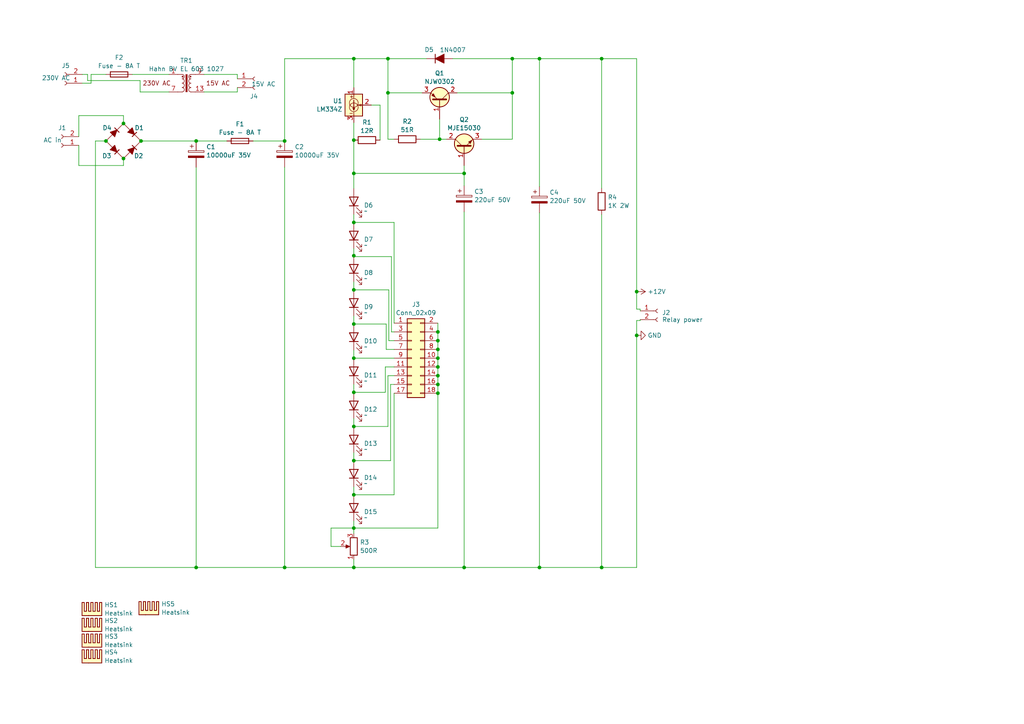
<source format=kicad_sch>
(kicad_sch (version 20231120) (generator "eeschema") (generator_version "8.0")
  (paper "A4")
  (lib_symbols
    (symbol "Connector:Conn_01x02_Socket" (pin_names (offset 1.016) hide)
      (property "Reference" "J" (at 0 2.54 0))
      (property "Value" "Conn_01x02_Socket" (at 0 -5.08 0))
      (symbol "Conn_01x02_Socket_1_1"
        (arc (start 0 -2.032) (mid -0.5058 -2.54) (end 0 -3.048) (stroke (width 0.1524)))
        (polyline (pts (xy -1.27 -2.54) (xy -0.508 -2.54)) (stroke (width 0.1524)))
        (polyline (pts (xy -1.27 0) (xy -0.508 0)) (stroke (width 0.1524)))
        (arc (start 0 0.508) (mid -0.5058 0) (end 0 -0.508) (stroke (width 0.1524)))
        (pin passive line (at -5.08 0 0) (length 3.81) (name "Pin_1") (number "1"))
        (pin passive line (at -5.08 -2.54 0) (length 3.81) (name "Pin_2") (number "2"))
      )
    )
    (symbol "Connector_Generic:Conn_02x09_Odd_Even" (pin_names (offset 1.016) hide)
      (property "Reference" "J" (at 1.27 12.7 0))
      (property "Value" "Conn_02x09_Odd_Even" (at 1.27 -12.7 0))
      (symbol "Conn_02x09_Odd_Even_1_1"
        (rectangle (start -1.27 -10.033) (end 0 -10.287) (stroke (width 0.1524)))
        (rectangle (start -1.27 -7.493) (end 0 -7.747) (stroke (width 0.1524)))
        (rectangle (start -1.27 -4.953) (end 0 -5.207) (stroke (width 0.1524)))
        (rectangle (start -1.27 -2.413) (end 0 -2.667) (stroke (width 0.1524)))
        (rectangle (start -1.27 0.127) (end 0 -0.127) (stroke (width 0.1524)))
        (rectangle (start -1.27 2.667) (end 0 2.413) (stroke (width 0.1524)))
        (rectangle (start -1.27 5.207) (end 0 4.953) (stroke (width 0.1524)))
        (rectangle (start -1.27 7.747) (end 0 7.493) (stroke (width 0.1524)))
        (rectangle (start -1.27 10.287) (end 0 10.033) (stroke (width 0.1524)))
        (rectangle (start -1.27 11.43) (end 3.81 -11.43) (stroke (width 0.254)) (fill (type background)))
        (rectangle (start 3.81 -10.033) (end 2.54 -10.287) (stroke (width 0.1524)))
        (rectangle (start 3.81 -7.493) (end 2.54 -7.747) (stroke (width 0.1524)))
        (rectangle (start 3.81 -4.953) (end 2.54 -5.207) (stroke (width 0.1524)))
        (rectangle (start 3.81 -2.413) (end 2.54 -2.667) (stroke (width 0.1524)))
        (rectangle (start 3.81 0.127) (end 2.54 -0.127) (stroke (width 0.1524)))
        (rectangle (start 3.81 2.667) (end 2.54 2.413) (stroke (width 0.1524)))
        (rectangle (start 3.81 5.207) (end 2.54 4.953) (stroke (width 0.1524)))
        (rectangle (start 3.81 7.747) (end 2.54 7.493) (stroke (width 0.1524)))
        (rectangle (start 3.81 10.287) (end 2.54 10.033) (stroke (width 0.1524)))
        (pin passive line (at -5.08 10.16 0) (length 3.81) (name "Pin_1") (number "1"))
        (pin passive line (at 7.62 0 180) (length 3.81) (name "Pin_10") (number "10"))
        (pin passive line (at -5.08 -2.54 0) (length 3.81) (name "Pin_11") (number "11"))
        (pin passive line (at 7.62 -2.54 180) (length 3.81) (name "Pin_12") (number "12"))
        (pin passive line (at -5.08 -5.08 0) (length 3.81) (name "Pin_13") (number "13"))
        (pin passive line (at 7.62 -5.08 180) (length 3.81) (name "Pin_14") (number "14"))
        (pin passive line (at -5.08 -7.62 0) (length 3.81) (name "Pin_15") (number "15"))
        (pin passive line (at 7.62 -7.62 180) (length 3.81) (name "Pin_16") (number "16"))
        (pin passive line (at -5.08 -10.16 0) (length 3.81) (name "Pin_17") (number "17"))
        (pin passive line (at 7.62 -10.16 180) (length 3.81) (name "Pin_18") (number "18"))
        (pin passive line (at 7.62 10.16 180) (length 3.81) (name "Pin_2") (number "2"))
        (pin passive line (at -5.08 7.62 0) (length 3.81) (name "Pin_3") (number "3"))
        (pin passive line (at 7.62 7.62 180) (length 3.81) (name "Pin_4") (number "4"))
        (pin passive line (at -5.08 5.08 0) (length 3.81) (name "Pin_5") (number "5"))
        (pin passive line (at 7.62 5.08 180) (length 3.81) (name "Pin_6") (number "6"))
        (pin passive line (at -5.08 2.54 0) (length 3.81) (name "Pin_7") (number "7"))
        (pin passive line (at 7.62 2.54 180) (length 3.81) (name "Pin_8") (number "8"))
        (pin passive line (at -5.08 0 0) (length 3.81) (name "Pin_9") (number "9"))
      )
    )
    (symbol "Device:C_Polarized" (pin_numbers hide) (pin_names (offset 0.254))
      (property "Reference" "C" (at 0.635 2.54 0))
      (property "Value" "C_Polarized" (at 0.635 -2.54 0))
      (symbol "C_Polarized_0_1"
        (rectangle (start -2.286 0.508) (end 2.286 1.016))
        (polyline (pts (xy -1.778 2.286) (xy -0.762 2.286)))
        (polyline (pts (xy -1.27 2.794) (xy -1.27 1.778)))
        (rectangle (start 2.286 -0.508) (end -2.286 -1.016) (fill (type outline)))
      )
      (symbol "C_Polarized_1_1"
        (pin passive line (at 0 3.81 270) (length 2.794) (name "~") (number "1"))
        (pin passive line (at 0 -3.81 90) (length 2.794) (name "~") (number "2"))
      )
    )
    (symbol "Device:D_45deg_Filled" (pin_numbers hide) (pin_names (offset 0) hide)
      (property "Reference" "D" (at 1.27 2.54 0))
      (property "Value" "D_45deg_Filled" (at 1.27 0 0))
      (symbol "D_45deg_Filled_0_1"
        (polyline (pts (xy -0.635 0.635) (xy -2.54 2.54)))
        (polyline (pts (xy 0 -1.27) (xy 1.27 0)) (stroke (width 0.254)))
        (polyline (pts (xy 2.54 -2.54) (xy 0.635 -0.635)))
      )
      (symbol "D_45deg_Filled_1_1"
        (polyline (pts (xy -1.27 0) (xy 0 1.27) (xy 0.635 -0.635) (xy -1.27 0)) (stroke (width 0.254)) (fill (type outline)))
        (pin passive line (at 2.54 -2.54 180) (length 0) (name "K") (number "1"))
        (pin passive line (at -2.54 2.54 0) (length 0) (name "A") (number "2"))
      )
    )
    (symbol "Device:D_Filled" (pin_numbers hide) (pin_names (offset 1.016) hide)
      (property "Reference" "D" (at 0 2.54 0))
      (property "Value" "D_Filled" (at 0 -2.54 0))
      (symbol "D_Filled_0_1"
        (polyline (pts (xy -1.27 1.27) (xy -1.27 -1.27)) (stroke (width 0.254)))
        (polyline (pts (xy 1.27 0) (xy -1.27 0)))
        (polyline (pts (xy 1.27 1.27) (xy 1.27 -1.27) (xy -1.27 0) (xy 1.27 1.27)) (stroke (width 0.254)) (fill (type outline)))
      )
      (symbol "D_Filled_1_1"
        (pin passive line (at -3.81 0 0) (length 2.54) (name "K") (number "1"))
        (pin passive line (at 3.81 0 180) (length 2.54) (name "A") (number "2"))
      )
    )
    (symbol "Device:Fuse" (pin_numbers hide) (pin_names (offset 0))
      (property "Reference" "F" (at 2.032 0 90))
      (property "Value" "Fuse" (at -1.905 0 90))
      (symbol "Fuse_0_1"
        (rectangle (start -0.762 -2.54) (end 0.762 2.54) (stroke (width 0.254)))
        (polyline (pts (xy 0 2.54) (xy 0 -2.54)))
      )
      (symbol "Fuse_1_1"
        (pin passive line (at 0 3.81 270) (length 1.27) (name "~") (number "1"))
        (pin passive line (at 0 -3.81 90) (length 1.27) (name "~") (number "2"))
      )
    )
    (symbol "Device:LED" (pin_numbers hide) (pin_names (offset 1.016) hide)
      (property "Reference" "D" (at 0 2.54 0))
      (property "Value" "LED" (at 0 -2.54 0))
      (symbol "LED_0_1"
        (polyline (pts (xy -1.27 -1.27) (xy -1.27 1.27)) (stroke (width 0.254)))
        (polyline (pts (xy -1.27 0) (xy 1.27 0)))
        (polyline (pts (xy 1.27 -1.27) (xy 1.27 1.27) (xy -1.27 0) (xy 1.27 -1.27)) (stroke (width 0.254)))
        (polyline (pts (xy -3.048 -0.762) (xy -4.572 -2.286) (xy -3.81 -2.286) (xy -4.572 -2.286) (xy -4.572 -1.524)))
        (polyline (pts (xy -1.778 -0.762) (xy -3.302 -2.286) (xy -2.54 -2.286) (xy -3.302 -2.286) (xy -3.302 -1.524)))
      )
      (symbol "LED_1_1"
        (pin passive line (at -3.81 0 0) (length 2.54) (name "K") (number "1"))
        (pin passive line (at 3.81 0 180) (length 2.54) (name "A") (number "2"))
      )
    )
    (symbol "Device:R" (pin_numbers hide) (pin_names (offset 0))
      (property "Reference" "R" (at 2.032 0 90))
      (property "Value" "R" (at 0 0 90))
      (symbol "R_0_1"
        (rectangle (start -1.016 -2.54) (end 1.016 2.54) (stroke (width 0.254)))
      )
      (symbol "R_1_1"
        (pin passive line (at 0 3.81 270) (length 1.27) (name "~") (number "1"))
        (pin passive line (at 0 -3.81 90) (length 1.27) (name "~") (number "2"))
      )
    )
    (symbol "Device:R_Potentiometer" (pin_names (offset 1.016) hide)
      (property "Reference" "RV" (at -4.445 0 90))
      (property "Value" "R_Potentiometer" (at -2.54 0 90))
      (symbol "R_Potentiometer_0_1"
        (polyline (pts (xy 2.54 0) (xy 1.524 0)))
        (polyline (pts (xy 1.143 0) (xy 2.286 0.508) (xy 2.286 -0.508) (xy 1.143 0)) (fill (type outline)))
        (rectangle (start 1.016 2.54) (end -1.016 -2.54) (stroke (width 0.254)))
      )
      (symbol "R_Potentiometer_1_1"
        (pin passive line (at 0 3.81 270) (length 1.27) (name "1") (number "1"))
        (pin passive line (at 3.81 0 180) (length 1.27) (name "2") (number "2"))
        (pin passive line (at 0 -3.81 90) (length 1.27) (name "3") (number "3"))
      )
    )
    (symbol "Mechanical:Heatsink" (pin_names (offset 1.016))
      (property "Reference" "HS" (at 0 5.08 0))
      (property "Value" "Heatsink" (at 0 -1.27 0))
      (symbol "Heatsink_0_1"
        (polyline (pts (xy -0.3302 1.27) (xy -0.9652 1.27) (xy -0.9652 3.81) (xy -1.6002 3.81) (xy -1.6002 1.27) (xy -2.2352 1.27) (xy -2.2352 3.81) (xy -2.8702 3.81) (xy -2.8702 0) (xy -0.9652 0)) (stroke (width 0.254)) (fill (type background)))
        (polyline (pts (xy -0.3302 1.27) (xy -0.3302 3.81) (xy 0.3048 3.81) (xy 0.3048 1.27) (xy 0.9398 1.27) (xy 0.9398 3.81) (xy 1.5748 3.81) (xy 1.5748 1.27) (xy 2.2098 1.27) (xy 2.2098 3.81) (xy 2.8448 3.81) (xy 2.8448 0) (xy -0.9652 0)) (stroke (width 0.254)) (fill (type background)))
      )
    )
    (symbol "Reference_Current:LM334Z"
      (property "Reference" "U" (at 0.635 6.35 0))
      (property "Value" "LM334Z" (at 0.635 4.445 0))
      (symbol "LM334Z_0_1"
        (rectangle (start -2.54 3.175) (end 2.54 -3.175) (stroke (width 0.254)) (fill (type background)))
        (circle (center 0 -0.635) (radius 1.27))
        (polyline (pts (xy -1.143 -2.413) (xy -0.381 -2.413)))
        (polyline (pts (xy -1.016 2.413) (xy -0.254 2.413)))
        (polyline (pts (xy -0.635 2.794) (xy -0.635 2.032)))
        (polyline (pts (xy 0 -1.905) (xy 0 -5.08)))
        (polyline (pts (xy 0 1.397) (xy 0 -1.397)) (stroke (width 0.254)))
        (polyline (pts (xy 0 5.08) (xy 0 1.905)))
        (polyline (pts (xy 2.54 0) (xy 1.27 0)))
        (polyline (pts (xy 0 -1.397) (xy -0.254 -0.889) (xy 0.254 -0.889) (xy 0 -1.397)) (stroke (width 0.254)))
        (polyline (pts (xy 1.27 0) (xy 2.159 0.254) (xy 2.159 -0.254) (xy 1.27 0)))
        (circle (center 0 0.635) (radius 1.27))
      )
      (symbol "LM334Z_1_1"
        (pin passive line (at 0 5.08 270) (length 2.54) (name "~") (number "1"))
        (pin passive line (at 5.08 0 180) (length 2.54) (name "~") (number "2"))
        (pin passive line (at 0 -5.08 90) (length 2.54) (name "~") (number "3"))
      )
    )
    (symbol "Transformer_Hahn_BV_EL_603_1027:Hahn_BV_EL_603_1027"
      (property "Reference" "TR" (at 4.064 5.842 0))
      (property "Value" "Hahn BV EL 603 1027" (at 0 -6.35 0))
      (symbol "Hahn_BV_EL_603_1027_0_1"
        (arc (start -1.27 -2.54) (mid -0.6377 -1.905) (end -1.27 -1.27))
        (arc (start -1.27 -1.27) (mid -0.6377 -0.635) (end -1.27 0))
        (rectangle (start -0.254 2.54) (end 0.254 -2.54) (stroke (width 0.0254)) (fill (type outline)))
        (polyline (pts (xy -2.54 -2.54) (xy -1.27 -2.54)))
        (polyline (pts (xy -2.54 2.54) (xy -1.27 2.54)))
        (polyline (pts (xy 1.27 -2.54) (xy 2.54 -2.54)))
        (polyline (pts (xy 1.27 2.54) (xy 2.54 2.54)))
      )
      (symbol "Hahn_BV_EL_603_1027_1_1"
        (arc (start -1.27 0) (mid -0.6377 0.635) (end -1.27 1.27))
        (arc (start -1.27 1.27) (mid -0.6377 1.905) (end -1.27 2.54))
        (circle (center -1.143 1.905) (radius 0.127) (stroke (width 0.254)))
        (circle (center 1.143 1.905) (radius 0.127) (stroke (width 0.254)))
        (arc (start 1.27 -1.27) (mid 0.6377 -1.905) (end 1.27 -2.54))
        (arc (start 1.27 0) (mid 0.6377 -0.635) (end 1.27 -1.27))
        (arc (start 1.27 1.27) (mid 0.6377 0.635) (end 1.27 0))
        (arc (start 1.27 2.54) (mid 0.6377 1.905) (end 1.27 1.27))
        (text "15V AC" (at 9.144 0 0) (effects (font (size 1.27 1.27))))
        (text "230V AC" (at -8.636 0 0) (effects (font (size 1.27 1.27))))
        (pin passive line (at -5.08 2.54 0) (length 2.54) (name "~") (number "1"))
        (pin passive line (at 5.08 -2.54 180) (length 2.54) (name "~") (number "13"))
        (pin no_connect line (at 1.27 2.54 270) (length 2.54) hide (name "NC") (number "2"))
        (pin no_connect line (at -1.27 -2.54 90) (length 2.54) hide (name "NC") (number "4"))
        (pin no_connect line (at 1.27 -2.54 90) (length 2.54) hide (name "NC") (number "5"))
        (pin no_connect line (at -1.27 2.54 270) (length 2.54) hide (name "NC") (number "7"))
        (pin passive line (at -5.08 -2.54 0) (length 2.54) (name "~") (number "7"))
        (pin passive line (at 5.08 2.54 180) (length 2.54) (name "~") (number "9"))
      )
    )
    (symbol "Transistor_BJT_AKL:MJE15030" (pin_names hide)
      (property "Reference" "Q" (at 5.08 1.27 0))
      (property "Value" "MJE15030" (at 5.08 -1.27 0))
      (symbol "MJE15030_0_1"
        (polyline (pts (xy 0.635 0.635) (xy 2.54 2.54)))
        (polyline (pts (xy 0.635 -0.635) (xy 2.54 -2.54) (xy 2.54 -2.54)))
        (polyline (pts (xy 0.635 1.905) (xy 0.635 -1.905) (xy 0.635 -1.905)) (stroke (width 0.508)))
        (polyline (pts (xy 1.27 -1.778) (xy 1.778 -1.27) (xy 2.286 -2.286) (xy 1.27 -1.778) (xy 1.27 -1.778)) (fill (type outline)))
        (circle (center 1.27 0) (radius 2.8194) (stroke (width 0.254)) (fill (type background)))
      )
      (symbol "MJE15030_1_1"
        (pin input line (at -5.08 0 0) (length 5.715) (name "B") (number "1"))
        (pin passive line (at 2.54 5.08 270) (length 2.54) (name "C") (number "2"))
        (pin passive line (at 2.54 -5.08 90) (length 2.54) (name "E") (number "3"))
      )
    )
    (symbol "Transistor_BJT_AKL:NJW0302" (pin_names hide)
      (property "Reference" "Q" (at 5.08 1.27 0))
      (property "Value" "NJW0302" (at 5.08 -1.27 0))
      (symbol "NJW0302_0_1"
        (polyline (pts (xy 0.635 -0.635) (xy 2.54 -2.54)))
        (polyline (pts (xy 0.635 -1.905) (xy 0.635 1.905) (xy 0.635 1.905)) (stroke (width 0.508)))
        (polyline (pts (xy 0.635 0.635) (xy 2.54 2.54) (xy 2.54 2.54)))
        (polyline (pts (xy 2.286 1.778) (xy 1.778 2.286) (xy 1.27 1.27) (xy 2.286 1.778) (xy 2.286 1.778)) (fill (type outline)))
        (circle (center 1.27 0) (radius 2.8194) (stroke (width 0.254)) (fill (type background)))
      )
      (symbol "NJW0302_1_1"
        (pin input line (at -5.08 0 0) (length 5.715) (name "B") (number "1"))
        (pin passive line (at 2.54 -5.08 90) (length 2.54) (name "C") (number "2"))
        (pin passive line (at 2.54 5.08 270) (length 2.54) (name "E") (number "3"))
      )
    )
    (symbol "power:+12V" (power) (pin_numbers hide) (pin_names (offset 0) hide)
      (property "Value" "+12V" (at 0 3.556 0))
      (symbol "+12V_0_1"
        (polyline (pts (xy -0.762 1.27) (xy 0 2.54)))
        (polyline (pts (xy 0 0) (xy 0 2.54)))
        (polyline (pts (xy 0 2.54) (xy 0.762 1.27)))
      )
      (symbol "+12V_1_1"
        (pin power_in line (at 0 0 90) (length 0) (name "~") (number "1"))
      )
    )
    (symbol "power:GND" (power) (pin_numbers hide) (pin_names (offset 0) hide)
      (property "Value" "GND" (at 0 -3.81 0))
      (symbol "GND_0_1"
        (polyline (pts (xy 0 0) (xy 0 -1.27) (xy 1.27 -1.27) (xy 0 -2.54) (xy -1.27 -1.27) (xy 0 -1.27)))
      )
      (symbol "GND_1_1"
        (pin power_in line (at 0 0 270) (length 0) (name "~") (number "1"))
      )
    )
  )
  (junction (at 102.616 133.604))
  (junction (at 127 96.266))
  (junction (at 156.464 17.018))
  (junction (at 184.658 97.282))
  (junction (at 174.498 164.592))
  (junction (at 127 98.806))
  (junction (at 102.616 164.592))
  (junction (at 102.616 143.51))
  (junction (at 102.616 64.516))
  (junction (at 102.616 50.292))
  (junction (at 102.616 40.64))
  (junction (at 127 108.966))
  (junction (at 35.814 45.974))
  (junction (at 102.616 113.792))
  (junction (at 112.522 17.018))
  (junction (at 127 101.346))
  (junction (at 102.616 123.698))
  (junction (at 156.464 164.592))
  (junction (at 56.896 164.592))
  (junction (at 102.616 153.162))
  (junction (at 102.616 74.168))
  (junction (at 40.894 40.894))
  (junction (at 102.616 103.886))
  (junction (at 82.55 164.592))
  (junction (at 127 114.046))
  (junction (at 174.498 17.018))
  (junction (at 102.616 17.018))
  (junction (at 134.62 50.292))
  (junction (at 184.658 84.582))
  (junction (at 148.59 17.018))
  (junction (at 134.62 164.592))
  (junction (at 127 103.886))
  (junction (at 82.55 40.894))
  (junction (at 102.616 93.98))
  (junction (at 102.616 84.074))
  (junction (at 127 111.506))
  (junction (at 127 106.426))
  (junction (at 30.734 40.894))
  (junction (at 56.896 40.894))
  (junction (at 127.508 40.386))
  (junction (at 35.814 35.814))
  (junction (at 112.522 26.924))
  (junction (at 148.59 26.924))
  (wire (pts (xy 82.55 164.592) (xy 56.896 164.592)))
  (wire (pts (xy 156.464 17.018) (xy 156.464 54.102)))
  (wire (pts (xy 127 111.506) (xy 127 114.046)))
  (wire (pts (xy 114.3 40.386) (xy 112.522 40.386)))
  (wire (pts (xy 102.616 93.98) (xy 112.014 93.98)))
  (wire (pts (xy 112.522 26.924) (xy 122.428 26.924)))
  (wire (pts (xy 113.538 96.266) (xy 114.3 96.266)))
  (wire (pts (xy 27.686 40.894) (xy 27.686 164.592)))
  (wire (pts (xy 185.674 90.17) (xy 185.674 89.662)))
  (wire (pts (xy 102.616 74.168) (xy 102.616 74.422)))
  (wire (pts (xy 184.658 97.282) (xy 184.658 164.592)))
  (wire (pts (xy 26.416 24.13) (xy 26.416 21.59)))
  (wire (pts (xy 22.86 33.528) (xy 22.86 39.624)))
  (wire (pts (xy 102.616 162.306) (xy 102.616 164.592)))
  (wire (pts (xy 102.616 103.886) (xy 114.3 103.886)))
  (wire (pts (xy 174.498 164.592) (xy 184.658 164.592)))
  (wire (pts (xy 127.508 40.386) (xy 129.54 40.386)))
  (wire (pts (xy 102.616 50.292) (xy 102.616 54.61)))
  (wire (pts (xy 112.014 101.346) (xy 114.3 101.346)))
  (wire (pts (xy 107.696 30.48) (xy 110.236 30.48)))
  (wire (pts (xy 102.616 153.162) (xy 127 153.162)))
  (wire (pts (xy 121.92 40.386) (xy 127.508 40.386)))
  (wire (pts (xy 112.522 40.386) (xy 112.522 26.924)))
  (wire (pts (xy 102.616 143.51) (xy 114.3 143.51)))
  (wire (pts (xy 26.416 21.59) (xy 30.734 21.59)))
  (wire (pts (xy 30.734 40.894) (xy 27.686 40.894)))
  (wire (pts (xy 110.236 30.48) (xy 110.236 40.64)))
  (wire (pts (xy 148.59 26.924) (xy 148.59 17.018)))
  (wire (pts (xy 156.464 164.592) (xy 134.62 164.592)))
  (wire (pts (xy 22.86 42.164) (xy 22.86 48.006)))
  (wire (pts (xy 185.674 92.71) (xy 185.674 92.964)))
  (wire (pts (xy 68.834 21.59) (xy 68.834 22.86)))
  (wire (pts (xy 102.616 84.074) (xy 112.776 84.074)))
  (wire (pts (xy 114.3 143.51) (xy 114.3 114.046)))
  (wire (pts (xy 102.616 17.018) (xy 82.55 17.018)))
  (wire (pts (xy 148.59 26.924) (xy 132.588 26.924)))
  (wire (pts (xy 114.3 98.806) (xy 112.776 98.806)))
  (wire (pts (xy 174.498 54.61) (xy 174.498 17.018)))
  (wire (pts (xy 111.76 106.426) (xy 111.76 113.792)))
  (wire (pts (xy 113.538 74.422) (xy 113.538 96.266)))
  (wire (pts (xy 22.86 48.006) (xy 35.814 48.006)))
  (wire (pts (xy 102.616 50.292) (xy 134.62 50.292)))
  (wire (pts (xy 114.3 64.516) (xy 114.3 93.726)))
  (wire (pts (xy 148.59 17.018) (xy 131.318 17.018)))
  (wire (pts (xy 174.498 164.592) (xy 156.464 164.592)))
  (wire (pts (xy 185.674 89.662) (xy 184.658 89.662)))
  (wire (pts (xy 38.354 21.59) (xy 49.022 21.59)))
  (wire (pts (xy 56.896 40.894) (xy 65.786 40.894)))
  (wire (pts (xy 68.834 26.67) (xy 59.182 26.67)))
  (wire (pts (xy 59.182 21.59) (xy 68.834 21.59)))
  (wire (pts (xy 73.406 40.894) (xy 82.55 40.894)))
  (wire (pts (xy 127 101.346) (xy 127 103.886)))
  (wire (pts (xy 134.62 48.006) (xy 134.62 50.292)))
  (wire (pts (xy 35.814 48.006) (xy 35.814 45.974)))
  (wire (pts (xy 174.498 62.23) (xy 174.498 164.592)))
  (wire (pts (xy 40.64 26.67) (xy 49.022 26.67)))
  (wire (pts (xy 102.616 111.506) (xy 102.616 113.792)))
  (wire (pts (xy 134.62 164.592) (xy 134.62 61.468)))
  (wire (pts (xy 102.616 133.604) (xy 113.284 133.604)))
  (wire (pts (xy 127 93.726) (xy 127 96.266)))
  (wire (pts (xy 112.522 26.924) (xy 112.522 17.018)))
  (wire (pts (xy 184.658 17.018) (xy 174.498 17.018)))
  (wire (pts (xy 127.508 34.544) (xy 127.508 40.386)))
  (wire (pts (xy 40.894 40.894) (xy 56.896 40.894)))
  (wire (pts (xy 102.616 141.224) (xy 102.616 143.51)))
  (wire (pts (xy 102.616 81.788) (xy 102.616 84.074)))
  (wire (pts (xy 102.616 151.13) (xy 102.616 153.162)))
  (wire (pts (xy 114.3 111.506) (xy 113.284 111.506)))
  (wire (pts (xy 134.62 50.292) (xy 134.62 53.848)))
  (wire (pts (xy 184.658 92.964) (xy 184.658 97.282)))
  (wire (pts (xy 102.616 72.136) (xy 102.616 74.168)))
  (wire (pts (xy 148.59 40.386) (xy 148.59 26.924)))
  (wire (pts (xy 127 106.426) (xy 127 108.966)))
  (wire (pts (xy 112.014 93.98) (xy 112.014 101.346)))
  (wire (pts (xy 185.674 92.964) (xy 184.658 92.964)))
  (wire (pts (xy 102.616 123.698) (xy 112.522 123.698)))
  (wire (pts (xy 127 96.266) (xy 127 98.806)))
  (wire (pts (xy 156.464 61.722) (xy 156.464 164.592)))
  (wire (pts (xy 23.876 24.13) (xy 26.416 24.13)))
  (wire (pts (xy 102.616 153.162) (xy 96.012 153.162)))
  (wire (pts (xy 148.59 17.018) (xy 156.464 17.018)))
  (wire (pts (xy 102.616 35.56) (xy 102.616 40.64)))
  (wire (pts (xy 102.616 113.792) (xy 111.76 113.792)))
  (wire (pts (xy 102.616 101.6) (xy 102.616 103.886)))
  (wire (pts (xy 40.64 23.368) (xy 40.64 26.67)))
  (wire (pts (xy 27.686 164.592) (xy 56.896 164.592)))
  (wire (pts (xy 102.616 131.318) (xy 102.616 133.604)))
  (wire (pts (xy 102.616 62.23) (xy 102.616 64.516)))
  (wire (pts (xy 102.616 40.64) (xy 102.616 50.292)))
  (wire (pts (xy 111.76 106.426) (xy 114.3 106.426)))
  (wire (pts (xy 127 114.046) (xy 127 153.162)))
  (wire (pts (xy 35.814 33.528) (xy 22.86 33.528)))
  (wire (pts (xy 114.3 108.966) (xy 112.522 108.966)))
  (wire (pts (xy 127 103.886) (xy 127 106.426)))
  (wire (pts (xy 102.616 74.422) (xy 113.538 74.422)))
  (wire (pts (xy 82.55 48.514) (xy 82.55 164.592)))
  (wire (pts (xy 123.698 17.018) (xy 112.522 17.018)))
  (wire (pts (xy 102.616 91.694) (xy 102.616 93.98)))
  (wire (pts (xy 25.4 23.368) (xy 40.64 23.368)))
  (wire (pts (xy 112.776 98.806) (xy 112.776 84.074)))
  (wire (pts (xy 23.876 21.59) (xy 25.4 21.59)))
  (wire (pts (xy 139.7 40.386) (xy 148.59 40.386)))
  (wire (pts (xy 35.814 35.814) (xy 35.814 33.528)))
  (wire (pts (xy 96.012 153.162) (xy 96.012 158.496)))
  (wire (pts (xy 82.55 164.592) (xy 102.616 164.592)))
  (wire (pts (xy 112.522 108.966) (xy 112.522 123.698)))
  (wire (pts (xy 112.522 17.018) (xy 102.616 17.018)))
  (wire (pts (xy 174.498 17.018) (xy 156.464 17.018)))
  (wire (pts (xy 102.616 121.412) (xy 102.616 123.698)))
  (wire (pts (xy 102.616 164.592) (xy 134.62 164.592)))
  (wire (pts (xy 56.896 164.592) (xy 56.896 48.514)))
  (wire (pts (xy 102.616 153.162) (xy 102.616 154.686)))
  (wire (pts (xy 102.616 17.018) (xy 102.616 25.4)))
  (wire (pts (xy 68.834 25.4) (xy 68.834 26.67)))
  (wire (pts (xy 184.658 84.582) (xy 184.658 17.018)))
  (wire (pts (xy 127 108.966) (xy 127 111.506)))
  (wire (pts (xy 113.284 111.506) (xy 113.284 133.604)))
  (wire (pts (xy 184.658 89.662) (xy 184.658 84.582)))
  (wire (pts (xy 96.012 158.496) (xy 98.806 158.496)))
  (wire (pts (xy 102.616 64.516) (xy 114.3 64.516)))
  (wire (pts (xy 127 98.806) (xy 127 101.346)))
  (wire (pts (xy 82.55 17.018) (xy 82.55 40.894)))
  (wire (pts (xy 25.4 21.59) (xy 25.4 23.368)))
  (symbol (lib_id "Reference_Current:LM334Z") (at 102.616 30.48 0) (unit 1)
    (property "Reference" "U1" (at 99.3141 29.2678 0) (effects (justify right)))
    (property "Value" "LM334Z" (at 99.3141 31.6921 0) (effects (justify right)))
    (property "Footprint" "Package_TO_SOT_THT:TO-92_Inline" (effects (hide yes)))
    (property "Datasheet" "http://www.ti.com/lit/ds/symlink/lm134.pdf" (effects (hide yes)))
    (property "Description" "1μA to 10mA 3-Terminal Adjustable Current Source, TO-92" (effects (hide yes)))
  )
  (symbol (lib_id "Device:D_45deg_Filled") (at 33.274 43.434 0) (unit 1)
    (property "Reference" "D3" (at 30.988 45.212 0))
    (property "Value" "D_45deg_Filled" (effects (hide yes)))
    (property "Footprint" "Package_TO_SOT_THT:TO-220-2_Vertical" (effects (hide yes)))
    (property "Description" "Diode, filled, rotated by 45°" (effects (hide yes)))
    (property "Sim.Device" "D" (effects (hide yes)))
    (property "Sim.Pins" "1=K 2=A" (effects (hide yes)))
  )
  (symbol (lib_id "Device:C_Polarized") (at 56.896 44.704 0) (unit 1)
    (property "Reference" "C1" (at 59.817 42.6028 0) (effects (justify left)))
    (property "Value" "10000uF 35V" (at 59.817 45.0271 0) (effects (justify left)))
    (property "Footprint" "Capacitor_THT:CP_Radial_D30.0mm_P10.00mm_SnapIn" (effects (hide yes)))
    (property "Description" "Polarized capacitor" (effects (hide yes)))
  )
  (symbol (lib_id "Connector:Conn_01x02_Socket") (at 18.796 24.13 180) (unit 1)
    (property "Reference" "J5" (at 19.05 19.05 0))
    (property "Value" "230V AC" (at 16.256 22.606 0))
    (property "Footprint" "THE_PREAMP_CONN_POWER_5_08:TBP01R1-508-02BK" (effects (hide yes)))
    (property "Description" "Generic connector, single row, 01x02, script generated" (effects (hide yes)))
  )
  (symbol (lib_id "Device:R") (at 106.426 40.64 270) (unit 1)
    (property "Reference" "R1" (at 106.426 35.4795 90))
    (property "Value" "12R" (at 106.426 37.9038 90))
    (property "Footprint" "Resistor_THT:R_Axial_DIN0207_L6.3mm_D2.5mm_P10.16mm_Horizontal" (effects (hide yes)))
    (property "Description" "Resistor" (effects (hide yes)))
  )
  (symbol (lib_id "Device:C_Polarized") (at 156.464 57.912 0) (unit 1)
    (property "Reference" "C4" (at 159.385 55.8108 0) (effects (justify left)))
    (property "Value" "220uF 50V" (at 159.385 58.2351 0) (effects (justify left)))
    (property "Footprint" "Capacitor_THT:CP_Radial_D10.0mm_P5.00mm" (effects (hide yes)))
    (property "Description" "Polarized capacitor" (effects (hide yes)))
  )
  (symbol (lib_id "Connector:Conn_01x02_Socket") (at 17.78 42.164 180) (unit 1)
    (property "Reference" "J1" (at 18.034 37.084 0))
    (property "Value" "AC in" (at 15.24 40.64 0))
    (property "Footprint" "THE_PREAMP_CONN_POWER_5_08:TBP01R1-508-02BK" (effects (hide yes)))
    (property "Description" "Generic connector, single row, 01x02, script generated" (effects (hide yes)))
  )
  (symbol (lib_id "Device:LED") (at 102.616 107.696 90) (unit 1)
    (property "Reference" "D11" (at 105.537 108.8143 90) (effects (justify right)))
    (property "Value" "~" (at 105.537 110.4957 90) (effects (justify right)))
    (property "Footprint" "LED_THT:LED_Rectangular_W5.0mm_H2.0mm" (effects (hide yes)))
    (property "Description" "Light emitting diode" (effects (hide yes)))
  )
  (symbol (lib_id "Transistor_BJT_AKL:NJW0302") (at 127.508 29.464 90) (unit 1)
    (property "Reference" "Q1" (at 127.508 21.2301 90))
    (property "Value" "NJW0302" (at 127.508 23.6544 90))
    (property "Footprint" "Package_TO_SOT_THT_AKL:TO-3P-3_Vertical_BCE" (effects (hide yes)))
    (property "Datasheet" "https://www.tme.eu/Document/c00600003ba658adb98c9626329f9be6/NJW0281_NJW0302.pdf" (effects (hide yes)))
    (property "Description" "PNP TO-3P power transistor, 250V, 15A, 150W, Complementary to NJW0281, Alternate KiCAD Library" (effects (hide yes)))
  )
  (symbol (lib_id "Device:LED") (at 102.616 137.414 90) (unit 1)
    (property "Reference" "D14" (at 105.537 138.5323 90) (effects (justify right)))
    (property "Value" "~" (at 105.537 140.2137 90) (effects (justify right)))
    (property "Footprint" "LED_THT:LED_Rectangular_W5.0mm_H2.0mm" (effects (hide yes)))
    (property "Description" "Light emitting diode" (effects (hide yes)))
  )
  (symbol (lib_id "Device:C_Polarized") (at 82.55 44.704 0) (unit 1)
    (property "Reference" "C2" (at 85.471 42.6028 0) (effects (justify left)))
    (property "Value" "10000uF 35V" (at 85.471 45.0271 0) (effects (justify left)))
    (property "Footprint" "Capacitor_THT:CP_Radial_D30.0mm_P10.00mm_SnapIn" (effects (hide yes)))
    (property "Description" "Polarized capacitor" (effects (hide yes)))
  )
  (symbol (lib_id "Device:R") (at 174.498 58.42 180) (unit 1)
    (property "Reference" "R4" (at 176.276 57.2078 0) (effects (justify right)))
    (property "Value" "1K 2W" (at 176.276 59.6321 0) (effects (justify right)))
    (property "Footprint" "Resistor_THT:R_Axial_DIN0414_L11.9mm_D4.5mm_P15.24mm_Horizontal" (effects (hide yes)))
    (property "Description" "Resistor" (effects (hide yes)))
  )
  (symbol (lib_id "Mechanical:Heatsink") (at 26.67 178.562 0) (unit 1)
    (property "Reference" "HS1" (at 30.2768 175.4448 0) (effects (justify left)))
    (property "Value" "Heatsink" (at 30.2768 177.8691 0) (effects (justify left)))
    (property "Footprint" "ThePreAmp_PSU_Heatsinks:Heatsink_Fischer_SK145-STS_29x12mm_2xDrill2.5mm" (effects (hide yes)))
    (property "Description" "Heatsink" (effects (hide yes)))
  )
  (symbol (lib_id "Connector:Conn_01x02_Socket") (at 73.914 22.86 0) (unit 1)
    (property "Reference" "J4" (at 73.66 27.94 0))
    (property "Value" "15V AC" (at 76.454 24.384 0))
    (property "Footprint" "THE_PREAMP_CONN_POWER_5_08:TBP01R1-508-02BK" (effects (hide yes)))
    (property "Description" "Generic connector, single row, 01x02, script generated" (effects (hide yes)))
  )
  (symbol (lib_id "Device:R") (at 118.11 40.386 90) (unit 1)
    (property "Reference" "R2" (at 118.11 35.2255 90))
    (property "Value" "51R" (at 118.11 37.6498 90))
    (property "Footprint" "Resistor_THT:R_Axial_DIN0207_L6.3mm_D2.5mm_P10.16mm_Horizontal" (effects (hide yes)))
    (property "Description" "Resistor" (effects (hide yes)))
  )
  (symbol (lib_id "Device:C_Polarized") (at 134.62 57.658 0) (unit 1)
    (property "Reference" "C3" (at 137.541 55.5568 0) (effects (justify left)))
    (property "Value" "220uF 50V" (at 137.541 57.9811 0) (effects (justify left)))
    (property "Footprint" "Capacitor_THT:CP_Radial_D10.0mm_P5.00mm" (effects (hide yes)))
    (property "Description" "Polarized capacitor" (effects (hide yes)))
  )
  (symbol (lib_id "Device:R_Potentiometer") (at 102.616 158.496 180) (unit 1)
    (property "Reference" "R3" (at 104.394 157.2838 0) (effects (justify right)))
    (property "Value" "500R" (at 104.394 159.7081 0) (effects (justify right)))
    (property "Footprint" "Potentiometer_THT:Potentiometer_Bourns_3296W_Vertical" (effects (hide yes)))
    (property "Description" "Potentiometer" (effects (hide yes)))
  )
  (symbol (lib_id "Mechanical:Heatsink") (at 26.67 192.278 0) (unit 1)
    (property "Reference" "HS4" (at 30.2768 189.1608 0) (effects (justify left)))
    (property "Value" "Heatsink" (at 30.2768 191.5851 0) (effects (justify left)))
    (property "Footprint" "ThePreAmp_PSU_Heatsinks:Heatsink_Fischer_SK145-STS_29x12mm_2xDrill2.5mm" (effects (hide yes)))
    (property "Description" "Heatsink" (effects (hide yes)))
  )
  (symbol (lib_id "Device:D_Filled") (at 127.508 17.018 0) (unit 1)
    (property "Reference" "D5" (at 124.46 14.4202 0))
    (property "Value" "1N4007" (at 131.318 14.478 0))
    (property "Footprint" "Diode_THT:D_DO-41_SOD81_P7.62mm_Horizontal" (effects (hide yes)))
    (property "Description" "Diode, filled shape" (effects (hide yes)))
    (property "Sim.Device" "D" (effects (hide yes)))
    (property "Sim.Pins" "1=K 2=A" (effects (hide yes)))
  )
  (symbol (lib_id "Device:LED") (at 102.616 77.978 90) (unit 1)
    (property "Reference" "D8" (at 105.537 79.0963 90) (effects (justify right)))
    (property "Value" "~" (at 105.537 80.7777 90) (effects (justify right)))
    (property "Footprint" "LED_THT:LED_Rectangular_W5.0mm_H2.0mm" (effects (hide yes)))
    (property "Description" "Light emitting diode" (effects (hide yes)))
  )
  (symbol (lib_id "Device:LED") (at 102.616 97.79 90) (unit 1)
    (property "Reference" "D10" (at 105.537 98.9083 90) (effects (justify right)))
    (property "Value" "~" (at 105.537 100.5897 90) (effects (justify right)))
    (property "Footprint" "LED_THT:LED_Rectangular_W5.0mm_H2.0mm" (effects (hide yes)))
    (property "Description" "Light emitting diode" (effects (hide yes)))
  )
  (symbol (lib_id "power:GND") (at 184.658 97.282 90) (unit 1)
    (property "Reference" "#PWR01" (effects (hide yes)))
    (property "Value" "GND" (at 187.833 97.282 90) (effects (justify right)))
    (property "Description" "Power symbol creates a global label with name \"GND\" , ground" (effects (hide yes)))
  )
  (symbol (lib_id "Device:LED") (at 102.616 58.42 90) (unit 1)
    (property "Reference" "D6" (at 105.537 59.5383 90) (effects (justify right)))
    (property "Value" "~" (at 105.537 61.2197 90) (effects (justify right)))
    (property "Footprint" "LED_THT:LED_Rectangular_W5.0mm_H2.0mm" (effects (hide yes)))
    (property "Description" "Light emitting diode" (effects (hide yes)))
  )
  (symbol (lib_id "Device:LED") (at 102.616 127.508 90) (unit 1)
    (property "Reference" "D13" (at 105.537 128.6263 90) (effects (justify right)))
    (property "Value" "~" (at 105.537 130.3077 90) (effects (justify right)))
    (property "Footprint" "LED_THT:LED_Rectangular_W5.0mm_H2.0mm" (effects (hide yes)))
    (property "Description" "Light emitting diode" (effects (hide yes)))
  )
  (symbol (lib_id "Device:D_45deg_Filled") (at 38.354 43.434 90) (unit 1)
    (property "Reference" "D2" (at 38.862 45.212 90) (effects (justify right)))
    (property "Value" "D_45deg_Filled" (effects (hide yes)))
    (property "Footprint" "Package_TO_SOT_THT:TO-220-2_Vertical" (effects (hide yes)))
    (property "Description" "Diode, filled, rotated by 45°" (effects (hide yes)))
    (property "Sim.Device" "D" (effects (hide yes)))
    (property "Sim.Pins" "1=K 2=A" (effects (hide yes)))
  )
  (symbol (lib_id "Transistor_BJT_AKL:MJE15030") (at 134.62 42.926 90) (unit 1)
    (property "Reference" "Q2" (at 134.62 34.6921 90))
    (property "Value" "MJE15030" (at 134.62 37.1164 90))
    (property "Footprint" "Package_TO_SOT_THT_AKL:TO-220-3_Vertical_BCE" (effects (hide yes)))
    (property "Datasheet" "https://www.tme.eu/Document/47fe1dcfd012a18931b1dab0af749e5f/MJE15030G.PDF" (effects (hide yes)))
    (property "Description" "NPN TO-220 power transistor, 150V, 8A, 50W, Complementary to MJE15031, Alternate KiCAD Library" (effects (hide yes)))
  )
  (symbol (lib_id "Device:LED") (at 102.616 68.326 90) (unit 1)
    (property "Reference" "D7" (at 105.537 69.4443 90) (effects (justify right)))
    (property "Value" "~" (at 105.537 71.1257 90) (effects (justify right)))
    (property "Footprint" "LED_THT:LED_Rectangular_W5.0mm_H2.0mm" (effects (hide yes)))
    (property "Description" "Light emitting diode" (effects (hide yes)))
  )
  (symbol (lib_id "power:+12V") (at 184.658 84.582 270) (unit 1)
    (property "Reference" "#PWR02" (effects (hide yes)))
    (property "Value" "+12V" (at 187.833 84.582 90) (effects (justify left)))
    (property "Description" "Power symbol creates a global label with name \"+12V\"" (effects (hide yes)))
  )
  (symbol (lib_id "Connector_Generic:Conn_02x09_Odd_Even") (at 119.38 103.886 0) (unit 1)
    (property "Reference" "J3" (at 120.65 88.3115 0))
    (property "Value" "Conn_02x09" (at 120.65 90.7358 0))
    (property "Footprint" "Connector_PinHeader_2.54mm:PinHeader_2x09_P2.54mm_Vertical" (effects (hide yes)))
    (property "Description" "Generic connector, double row, 02x09, odd/even pin numbering scheme (row 1 odd numbers, row 2 even numbers), script generated (kicad-library-utils/schlib/autogen/connector/)" (effects (hide yes)))
  )
  (symbol (lib_id "Device:D_45deg_Filled") (at 33.274 38.354 90) (unit 1)
    (property "Reference" "D4" (at 29.718 37.084 90) (effects (justify right)))
    (property "Value" "D_45deg_Filled" (effects (hide yes)))
    (property "Footprint" "Package_TO_SOT_THT:TO-220-2_Vertical" (effects (hide yes)))
    (property "Description" "Diode, filled, rotated by 45°" (effects (hide yes)))
    (property "Sim.Device" "D" (effects (hide yes)))
    (property "Sim.Pins" "1=K 2=A" (effects (hide yes)))
  )
  (symbol (lib_id "Mechanical:Heatsink") (at 26.67 183.134 0) (unit 1)
    (property "Reference" "HS2" (at 30.2768 180.0168 0) (effects (justify left)))
    (property "Value" "Heatsink" (at 30.2768 182.4411 0) (effects (justify left)))
    (property "Footprint" "ThePreAmp_PSU_Heatsinks:Heatsink_Fischer_SK145-STS_29x12mm_2xDrill2.5mm" (effects (hide yes)))
    (property "Description" "Heatsink" (effects (hide yes)))
  )
  (symbol (lib_id "Device:LED") (at 102.616 117.602 90) (unit 1)
    (property "Reference" "D12" (at 105.537 118.7203 90) (effects (justify right)))
    (property "Value" "~" (at 105.537 120.4017 90) (effects (justify right)))
    (property "Footprint" "LED_THT:LED_Rectangular_W5.0mm_H2.0mm" (effects (hide yes)))
    (property "Description" "Light emitting diode" (effects (hide yes)))
  )
  (symbol (lib_id "Mechanical:Heatsink") (at 26.67 187.706 0) (unit 1)
    (property "Reference" "HS3" (at 30.2768 184.5888 0) (effects (justify left)))
    (property "Value" "Heatsink" (at 30.2768 187.0131 0) (effects (justify left)))
    (property "Footprint" "ThePreAmp_PSU_Heatsinks:Heatsink_Fischer_SK145-STS_29x12mm_2xDrill2.5mm" (effects (hide yes)))
    (property "Description" "Heatsink" (effects (hide yes)))
  )
  (symbol (lib_id "Device:D_45deg_Filled") (at 38.354 38.354 0) (unit 1)
    (property "Reference" "D1" (at 40.386 37.084 0))
    (property "Value" "D_45deg_Filled" (effects (hide yes)))
    (property "Footprint" "Package_TO_SOT_THT:TO-220-2_Vertical" (effects (hide yes)))
    (property "Description" "Diode, filled, rotated by 45°" (effects (hide yes)))
    (property "Sim.Device" "D" (effects (hide yes)))
    (property "Sim.Pins" "1=K 2=A" (effects (hide yes)))
  )
  (symbol (lib_id "Device:LED") (at 102.616 147.32 90) (unit 1)
    (property "Reference" "D15" (at 105.537 148.4383 90) (effects (justify right)))
    (property "Value" "~" (at 105.537 150.1197 90) (effects (justify right)))
    (property "Footprint" "LED_THT:LED_Rectangular_W5.0mm_H2.0mm" (effects (hide yes)))
    (property "Description" "Light emitting diode" (effects (hide yes)))
  )
  (symbol (lib_id "Device:Fuse") (at 69.596 40.894 90) (unit 1)
    (property "Reference" "F1" (at 69.596 35.9875 90))
    (property "Value" "Fuse - 8A T" (at 69.596 38.4118 90))
    (property "Footprint" "ThePreAmp_PSU_Fuseholder:Keystone fuseholder 4527" (effects (hide yes)))
    (property "Description" "Fuse" (effects (hide yes)))
  )
  (symbol (lib_id "Connector:Conn_01x02_Socket") (at 190.754 90.17 0) (unit 1)
    (property "Reference" "J2" (at 192.024 90.678 0) (effects (justify left)))
    (property "Value" "Relay power" (at 192.024 92.71 0) (effects (justify left)))
    (property "Footprint" "THE_PREAMP_CONN_POWER_5_08:TBP01R1-508-02BK" (effects (hide yes)))
    (property "Description" "Generic connector, single row, 01x02, script generated" (effects (hide yes)))
  )
  (symbol (lib_id "Device:LED") (at 102.616 87.884 90) (unit 1)
    (property "Reference" "D9" (at 105.537 89.0023 90) (effects (justify right)))
    (property "Value" "~" (at 105.537 90.6837 90) (effects (justify right)))
    (property "Footprint" "LED_THT:LED_Rectangular_W5.0mm_H2.0mm" (effects (hide yes)))
    (property "Description" "Light emitting diode" (effects (hide yes)))
  )
  (symbol (lib_id "Transformer_Hahn_BV_EL_603_1027:Hahn_BV_EL_603_1027") (at 54.102 24.13 0) (unit 1)
    (property "Reference" "TR1" (at 54.0536 17.5598 0))
    (property "Value" "Hahn BV EL 603 1027" (at 54.0536 19.9841 0))
    (property "Footprint" "Transformer_Hahn_BV_EL_603_1027:Transformer_Hahn_BV_EL_603_1027" (effects (hide yes)))
  )
  (symbol (lib_id "Device:Fuse") (at 34.544 21.59 90) (unit 1)
    (property "Reference" "F2" (at 34.544 16.6835 90))
    (property "Value" "Fuse - 8A T" (at 34.544 19.1078 90))
    (property "Footprint" "ThePreAmp_PSU_Fuseholder:Keystone fuseholder 4527" (effects (hide yes)))
    (property "Description" "Fuse" (effects (hide yes)))
  )
  (symbol (lib_id "Mechanical:Heatsink") (at 43.18 178.308 0) (unit 1)
    (property "Reference" "HS5" (at 46.7868 175.1908 0) (effects (justify left)))
    (property "Value" "Heatsink" (at 46.7868 177.6151 0) (effects (justify left)))
    (property "Footprint" "ThePreAmp_PSU_Heatsinks:Heatsink_Fischer_SK129-STS_42x25mm_2xDrill2.5mm" (effects (hide yes)))
    (property "Description" "Heatsink" (effects (hide yes)))
  )
)
</source>
